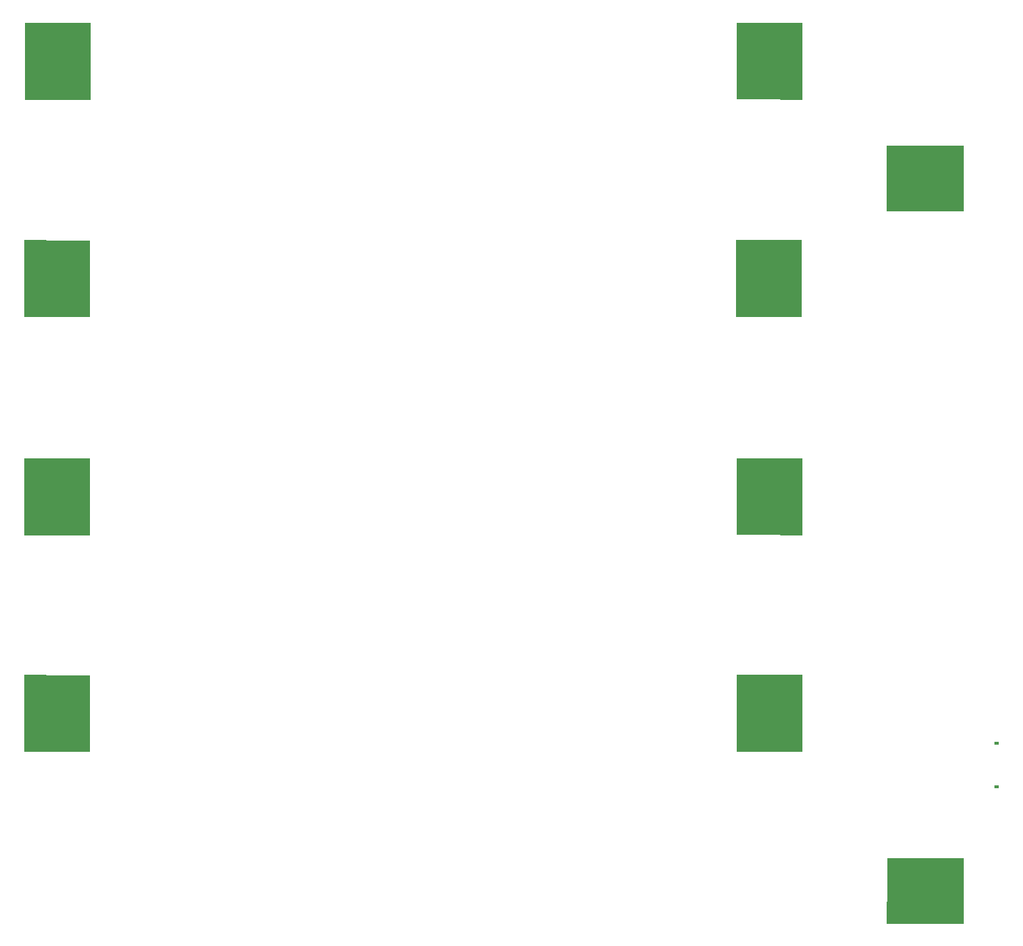
<source format=gbp>
G04 Layer: BottomPasteMaskLayer*
G04 EasyEDA v6.5.22, 2023-04-13 15:33:26*
G04 175b12f3a105431bbf95af8d835410e9,ef4dac4c239f4a7f90591e71bd1ece2f,10*
G04 Gerber Generator version 0.2*
G04 Scale: 100 percent, Rotated: No, Reflected: No *
G04 Dimensions in inches *
G04 leading zeros omitted , absolute positions ,3 integer and 6 decimal *
%FSLAX36Y36*%
%MOIN*%

%AMMACRO1*4,1,4,0.1525,0.18,0.1525,-0.18,-0.1525,-0.18,-0.1525,0.18,0.1525,0.18,0*%
%AMMACRO2*4,1,4,-0.1525,0.18,-0.1525,-0.18,0.1525,-0.18,0.1525,0.175,-0.1525,0.18,0*%
%AMMACRO3*4,1,4,-0.1525,-0.18,-0.1525,0.18,0.1525,0.18,0.1525,-0.18,-0.1525,-0.18,0*%
%AMMACRO4*4,1,4,0.1525,-0.18,0.1525,0.18,-0.1525,0.18,-0.1525,-0.175,0.1525,-0.18,0*%
%AMMACRO5*4,1,4,-0.18,0.1525,0.18,0.1525,0.18,-0.1525,-0.18,-0.1525,-0.18,0.1525,0*%
%AMMACRO6*4,1,4,-0.18,-0.1525,0.18,-0.1525,0.18,0.1525,-0.175,0.1525,-0.18,-0.1525,0*%
%ADD10R,0.0200X0.0120*%
%ADD11MACRO1*%
%ADD12MACRO2*%
%ADD13MACRO3*%
%ADD14MACRO4*%
%ADD15MACRO5*%
%ADD16MACRO6*%

%LPD*%
D10*
G01*
X3551000Y581000D03*
G01*
X3553000Y784000D03*
D11*
G01*
X2491500Y925000D03*
D12*
G01*
X-833499Y925000D03*
D13*
G01*
X-833499Y1934000D03*
D14*
G01*
X2491500Y1934000D03*
D11*
G01*
X2490500Y2953000D03*
D12*
G01*
X-834499Y2953000D03*
D13*
G01*
X-831499Y3969000D03*
D14*
G01*
X2493500Y3969000D03*
D15*
G01*
X3218000Y3420500D03*
D16*
G01*
X3218000Y95500D03*
M02*

</source>
